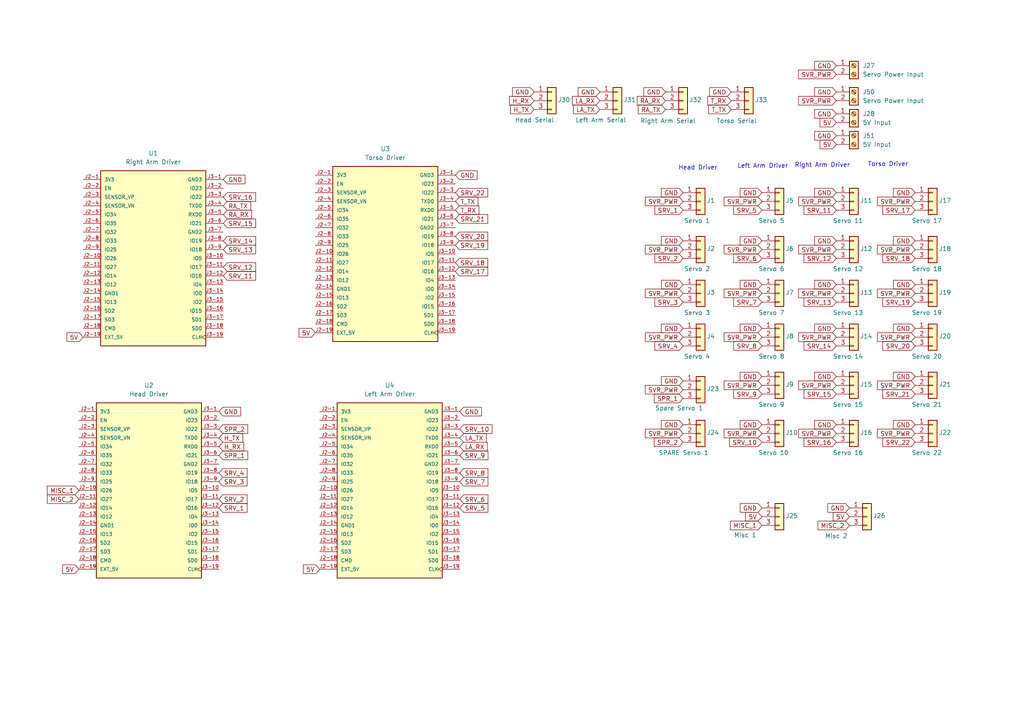
<source format=kicad_sch>
(kicad_sch (version 20231120) (generator "eeschema") (generator_version "8.0")
  (paper "A4")
  (lib_symbols
    (symbol "01-Custom:ESP32-DEVKITC-32D" (pin_names (offset 1.016))
      (property "Reference" "U" (at -15.2572 26.0643 0))
      (property "Value" "ESP32-DEVKITC-32D" (at -15.2563 -27.9698 0))
      (symbol "ESP32-DEVKITC-32D_0_0"
        (rectangle (start -15.24 -25.4) (end 15.24 25.4) (stroke (width 0.254)) (fill (type background)))
        (pin power_in line (at -20.32 22.86 0) (length 5.08) (name "3V3") (number "J2-1"))
        (pin bidirectional line (at -20.32 0 0) (length 5.08) (name "IO26") (number "J2-10"))
        (pin bidirectional line (at -20.32 -2.54 0) (length 5.08) (name "IO27") (number "J2-11"))
        (pin bidirectional line (at -20.32 -5.08 0) (length 5.08) (name "IO14") (number "J2-12"))
        (pin bidirectional line (at -20.32 -7.62 0) (length 5.08) (name "IO12") (number "J2-13"))
        (pin power_in line (at -20.32 -10.16 0) (length 5.08) (name "GND1") (number "J2-14"))
        (pin bidirectional line (at -20.32 -12.7 0) (length 5.08) (name "IO13") (number "J2-15"))
        (pin bidirectional line (at -20.32 -15.24 0) (length 5.08) (name "SD2") (number "J2-16"))
        (pin bidirectional line (at -20.32 -17.78 0) (length 5.08) (name "SD3") (number "J2-17"))
        (pin bidirectional line (at -20.32 -20.32 0) (length 5.08) (name "CMD") (number "J2-18"))
        (pin power_in line (at -20.32 -22.86 0) (length 5.08) (name "EXT_5V") (number "J2-19"))
        (pin input line (at -20.32 20.32 0) (length 5.08) (name "EN") (number "J2-2"))
        (pin input line (at -20.32 17.78 0) (length 5.08) (name "SENSOR_VP") (number "J2-3"))
        (pin input line (at -20.32 15.24 0) (length 5.08) (name "SENSOR_VN") (number "J2-4"))
        (pin bidirectional line (at -20.32 12.7 0) (length 5.08) (name "IO34") (number "J2-5"))
        (pin bidirectional line (at -20.32 10.16 0) (length 5.08) (name "IO35") (number "J2-6"))
        (pin bidirectional line (at -20.32 7.62 0) (length 5.08) (name "IO32") (number "J2-7"))
        (pin bidirectional line (at -20.32 5.08 0) (length 5.08) (name "IO33") (number "J2-8"))
        (pin bidirectional line (at -20.32 2.54 0) (length 5.08) (name "IO25") (number "J2-9"))
        (pin power_in line (at 20.32 22.86 180) (length 5.08) (name "GND3") (number "J3-1"))
        (pin bidirectional line (at 20.32 0 180) (length 5.08) (name "IO5") (number "J3-10"))
        (pin bidirectional line (at 20.32 -2.54 180) (length 5.08) (name "IO17") (number "J3-11"))
        (pin bidirectional line (at 20.32 -5.08 180) (length 5.08) (name "IO16") (number "J3-12"))
        (pin bidirectional line (at 20.32 -7.62 180) (length 5.08) (name "IO4") (number "J3-13"))
        (pin bidirectional line (at 20.32 -10.16 180) (length 5.08) (name "IO0") (number "J3-14"))
        (pin bidirectional line (at 20.32 -12.7 180) (length 5.08) (name "IO2") (number "J3-15"))
        (pin bidirectional line (at 20.32 -15.24 180) (length 5.08) (name "IO15") (number "J3-16"))
        (pin bidirectional line (at 20.32 -17.78 180) (length 5.08) (name "SD1") (number "J3-17"))
        (pin bidirectional line (at 20.32 -20.32 180) (length 5.08) (name "SD0") (number "J3-18"))
        (pin input clock (at 20.32 -22.86 180) (length 5.08) (name "CLK") (number "J3-19"))
        (pin bidirectional line (at 20.32 20.32 180) (length 5.08) (name "IO23") (number "J3-2"))
        (pin bidirectional line (at 20.32 17.78 180) (length 5.08) (name "IO22") (number "J3-3"))
        (pin output line (at 20.32 15.24 180) (length 5.08) (name "TXD0") (number "J3-4"))
        (pin input line (at 20.32 12.7 180) (length 5.08) (name "RXD0") (number "J3-5"))
        (pin bidirectional line (at 20.32 10.16 180) (length 5.08) (name "IO21") (number "J3-6"))
        (pin power_in line (at 20.32 7.62 180) (length 5.08) (name "GND2") (number "J3-7"))
        (pin bidirectional line (at 20.32 5.08 180) (length 5.08) (name "IO19") (number "J3-8"))
        (pin bidirectional line (at 20.32 2.54 180) (length 5.08) (name "IO18") (number "J3-9"))
      )
    )
    (symbol "Connector:Screw_Terminal_01x02" (pin_names (offset 1.016) hide)
      (property "Reference" "J" (at 0 2.54 0))
      (property "Value" "Screw_Terminal_01x02" (at 0 -5.08 0))
      (symbol "Screw_Terminal_01x02_1_1"
        (rectangle (start -1.27 1.27) (end 1.27 -3.81) (stroke (width 0.254)) (fill (type background)))
        (circle (center 0 -2.54) (radius 0.635) (stroke (width 0.1524)))
        (polyline (pts (xy -0.5334 -2.2098) (xy 0.3302 -3.048)) (stroke (width 0.1524)))
        (polyline (pts (xy -0.5334 0.3302) (xy 0.3302 -0.508)) (stroke (width 0.1524)))
        (polyline (pts (xy -0.3556 -2.032) (xy 0.508 -2.8702)) (stroke (width 0.1524)))
        (polyline (pts (xy -0.3556 0.508) (xy 0.508 -0.3302)) (stroke (width 0.1524)))
        (circle (center 0 0) (radius 0.635) (stroke (width 0.1524)))
        (pin passive line (at -5.08 0 0) (length 3.81) (name "Pin_1") (number "1"))
        (pin passive line (at -5.08 -2.54 0) (length 3.81) (name "Pin_2") (number "2"))
      )
    )
    (symbol "Connector_Generic:Conn_01x03" (pin_names (offset 1.016) hide)
      (property "Reference" "J" (at 0 5.08 0))
      (property "Value" "Conn_01x03" (at 0 -5.08 0))
      (symbol "Conn_01x03_1_1"
        (rectangle (start -1.27 -2.413) (end 0 -2.667) (stroke (width 0.1524)))
        (rectangle (start -1.27 0.127) (end 0 -0.127) (stroke (width 0.1524)))
        (rectangle (start -1.27 2.667) (end 0 2.413) (stroke (width 0.1524)))
        (rectangle (start -1.27 3.81) (end 1.27 -3.81) (stroke (width 0.254)) (fill (type background)))
        (pin passive line (at -5.08 2.54 0) (length 3.81) (name "Pin_1") (number "1"))
        (pin passive line (at -5.08 0 0) (length 3.81) (name "Pin_2") (number "2"))
        (pin passive line (at -5.08 -2.54 0) (length 3.81) (name "Pin_3") (number "3"))
      )
    )
  )
  (text "Torso Driver" (at 257.556 47.752 0) (effects (font (size 1.27 1.27))))
  (text "Head Driver" (at 202.438 48.768 0) (effects (font (size 1.27 1.27))))
  (text "Left Arm Driver" (at 221.234 48.26 0) (effects (font (size 1.27 1.27))))
  (text "Right Arm Driver" (at 238.506 48.006 0) (effects (font (size 1.27 1.27))))
  (global_label "SVR_PWR" (shape input) (at 265.43 111.76 180) (property "Intersheetrefs" "${INTERSHEET_REFS}" (effects (hide yes))))
  (global_label "SRV_5" (shape input) (at 220.98 60.96 180) (property "Intersheetrefs" "${INTERSHEET_REFS}" (effects (hide yes))))
  (global_label "SVR_PWR" (shape input) (at 242.57 29.21 180) (property "Intersheetrefs" "${INTERSHEET_REFS}" (effects (hide yes))))
  (global_label "SRV_12" (shape input) (at 64.77 77.47 0) (property "Intersheetrefs" "${INTERSHEET_REFS}" (effects (hide yes))))
  (global_label "SRV_6" (shape input) (at 220.98 74.93 180) (property "Intersheetrefs" "${INTERSHEET_REFS}" (effects (hide yes))))
  (global_label "SRV_14" (shape input) (at 64.77 69.85 0) (property "Intersheetrefs" "${INTERSHEET_REFS}" (effects (hide yes))))
  (global_label "SVR_PWR" (shape input) (at 220.98 125.73 180) (property "Intersheetrefs" "${INTERSHEET_REFS}" (effects (hide yes))))
  (global_label "GND" (shape input) (at 242.57 55.88 180) (property "Intersheetrefs" "${INTERSHEET_REFS}" (effects (hide yes))))
  (global_label "LA_TX" (shape input) (at 173.99 31.75 180) (property "Intersheetrefs" "${INTERSHEET_REFS}" (effects (hide yes))))
  (global_label "GND" (shape input) (at 173.99 26.67 180) (property "Intersheetrefs" "${INTERSHEET_REFS}" (effects (hide yes))))
  (global_label "SPR_1" (shape input) (at 198.12 115.57 180) (property "Intersheetrefs" "${INTERSHEET_REFS}" (effects (hide yes))))
  (global_label "GND" (shape input) (at 265.43 55.88 180) (property "Intersheetrefs" "${INTERSHEET_REFS}" (effects (hide yes))))
  (global_label "SRV_9" (shape input) (at 220.98 114.3 180) (property "Intersheetrefs" "${INTERSHEET_REFS}" (effects (hide yes))))
  (global_label "SVR_PWR" (shape input) (at 220.98 58.42 180) (property "Intersheetrefs" "${INTERSHEET_REFS}" (effects (hide yes))))
  (global_label "MISC_2" (shape input) (at 246.38 152.4 180) (property "Intersheetrefs" "${INTERSHEET_REFS}" (effects (hide yes))))
  (global_label "H_RX" (shape input) (at 154.94 29.21 180) (property "Intersheetrefs" "${INTERSHEET_REFS}" (effects (hide yes))))
  (global_label "GND" (shape input) (at 198.12 95.25 180) (property "Intersheetrefs" "${INTERSHEET_REFS}" (effects (hide yes))))
  (global_label "SRV_17" (shape input) (at 265.43 60.96 180) (property "Intersheetrefs" "${INTERSHEET_REFS}" (effects (hide yes))))
  (global_label "SVR_PWR" (shape input) (at 198.12 113.03 180) (property "Intersheetrefs" "${INTERSHEET_REFS}" (effects (hide yes))))
  (global_label "SVR_PWR" (shape input) (at 198.12 58.42 180) (property "Intersheetrefs" "${INTERSHEET_REFS}" (effects (hide yes))))
  (global_label "SPR_2" (shape input) (at 63.5 124.46 0) (property "Intersheetrefs" "${INTERSHEET_REFS}" (effects (hide yes))))
  (global_label "GND" (shape input) (at 64.77 52.07 0) (property "Intersheetrefs" "${INTERSHEET_REFS}" (effects (hide yes))))
  (global_label "5V" (shape input) (at 24.13 97.79 180) (property "Intersheetrefs" "${INTERSHEET_REFS}" (effects (hide yes))))
  (global_label "GND" (shape input) (at 242.57 82.55 180) (property "Intersheetrefs" "${INTERSHEET_REFS}" (effects (hide yes))))
  (global_label "SRV_19" (shape input) (at 132.08 71.12 0) (property "Intersheetrefs" "${INTERSHEET_REFS}" (effects (hide yes))))
  (global_label "SRV_13" (shape input) (at 64.77 72.39 0) (property "Intersheetrefs" "${INTERSHEET_REFS}" (effects (hide yes))))
  (global_label "SRV_20" (shape input) (at 265.43 100.33 180) (property "Intersheetrefs" "${INTERSHEET_REFS}" (effects (hide yes))))
  (global_label "GND" (shape input) (at 154.94 26.67 180) (property "Intersheetrefs" "${INTERSHEET_REFS}" (effects (hide yes))))
  (global_label "GND" (shape input) (at 220.98 82.55 180) (property "Intersheetrefs" "${INTERSHEET_REFS}" (effects (hide yes))))
  (global_label "SVR_PWR" (shape input) (at 242.57 97.79 180) (property "Intersheetrefs" "${INTERSHEET_REFS}" (effects (hide yes))))
  (global_label "SRV_8" (shape input) (at 133.35 137.16 0) (property "Intersheetrefs" "${INTERSHEET_REFS}" (effects (hide yes))))
  (global_label "RA_RX" (shape input) (at 64.77 62.23 0) (property "Intersheetrefs" "${INTERSHEET_REFS}" (effects (hide yes))))
  (global_label "GND" (shape input) (at 220.98 55.88 180) (property "Intersheetrefs" "${INTERSHEET_REFS}" (effects (hide yes))))
  (global_label "SRV_5" (shape input) (at 133.35 147.32 0) (property "Intersheetrefs" "${INTERSHEET_REFS}" (effects (hide yes))))
  (global_label "GND" (shape input) (at 63.5 119.38 0) (property "Intersheetrefs" "${INTERSHEET_REFS}" (effects (hide yes))))
  (global_label "LA_TX" (shape input) (at 133.35 127 0) (property "Intersheetrefs" "${INTERSHEET_REFS}" (effects (hide yes))))
  (global_label "GND" (shape input) (at 220.98 123.19 180) (property "Intersheetrefs" "${INTERSHEET_REFS}" (effects (hide yes))))
  (global_label "SRV_18" (shape input) (at 132.08 76.2 0) (property "Intersheetrefs" "${INTERSHEET_REFS}" (effects (hide yes))))
  (global_label "SRV_16" (shape input) (at 242.57 128.27 180) (property "Intersheetrefs" "${INTERSHEET_REFS}" (effects (hide yes))))
  (global_label "SRV_1" (shape input) (at 63.5 147.32 0) (property "Intersheetrefs" "${INTERSHEET_REFS}" (effects (hide yes))))
  (global_label "RA_TX" (shape input) (at 193.04 31.75 180) (property "Intersheetrefs" "${INTERSHEET_REFS}" (effects (hide yes))))
  (global_label "SVR_PWR" (shape input) (at 242.57 85.09 180) (property "Intersheetrefs" "${INTERSHEET_REFS}" (effects (hide yes))))
  (global_label "GND" (shape input) (at 198.12 110.49 180) (property "Intersheetrefs" "${INTERSHEET_REFS}" (effects (hide yes))))
  (global_label "SRV_21" (shape input) (at 265.43 114.3 180) (property "Intersheetrefs" "${INTERSHEET_REFS}" (effects (hide yes))))
  (global_label "5V" (shape input) (at 22.86 165.1 180) (property "Intersheetrefs" "${INTERSHEET_REFS}" (effects (hide yes))))
  (global_label "SVR_PWR" (shape input) (at 220.98 111.76 180) (property "Intersheetrefs" "${INTERSHEET_REFS}" (effects (hide yes))))
  (global_label "SVR_PWR" (shape input) (at 242.57 111.76 180) (property "Intersheetrefs" "${INTERSHEET_REFS}" (effects (hide yes))))
  (global_label "GND" (shape input) (at 265.43 123.19 180) (property "Intersheetrefs" "${INTERSHEET_REFS}" (effects (hide yes))))
  (global_label "H_TX" (shape input) (at 154.94 31.75 180) (property "Intersheetrefs" "${INTERSHEET_REFS}" (effects (hide yes))))
  (global_label "GND" (shape input) (at 198.12 123.19 180) (property "Intersheetrefs" "${INTERSHEET_REFS}" (effects (hide yes))))
  (global_label "GND" (shape input) (at 133.35 119.38 0) (property "Intersheetrefs" "${INTERSHEET_REFS}" (effects (hide yes))))
  (global_label "SRV_12" (shape input) (at 242.57 74.93 180) (property "Intersheetrefs" "${INTERSHEET_REFS}" (effects (hide yes))))
  (global_label "GND" (shape input) (at 193.04 26.67 180) (property "Intersheetrefs" "${INTERSHEET_REFS}" (effects (hide yes))))
  (global_label "GND" (shape input) (at 265.43 95.25 180) (property "Intersheetrefs" "${INTERSHEET_REFS}" (effects (hide yes))))
  (global_label "SVR_PWR" (shape input) (at 198.12 97.79 180) (property "Intersheetrefs" "${INTERSHEET_REFS}" (effects (hide yes))))
  (global_label "SRV_1" (shape input) (at 198.12 60.96 180) (property "Intersheetrefs" "${INTERSHEET_REFS}" (effects (hide yes))))
  (global_label "GND" (shape input) (at 198.12 55.88 180) (property "Intersheetrefs" "${INTERSHEET_REFS}" (effects (hide yes))))
  (global_label "SVR_PWR" (shape input) (at 265.43 72.39 180) (property "Intersheetrefs" "${INTERSHEET_REFS}" (effects (hide yes))))
  (global_label "GND" (shape input) (at 242.57 33.02 180) (property "Intersheetrefs" "${INTERSHEET_REFS}" (effects (hide yes))))
  (global_label "SRV_4" (shape input) (at 198.12 100.33 180) (property "Intersheetrefs" "${INTERSHEET_REFS}" (effects (hide yes))))
  (global_label "SRV_10" (shape input) (at 220.98 128.27 180) (property "Intersheetrefs" "${INTERSHEET_REFS}" (effects (hide yes))))
  (global_label "LA_RX" (shape input) (at 133.35 129.54 0) (property "Intersheetrefs" "${INTERSHEET_REFS}" (effects (hide yes))))
  (global_label "SVR_PWR" (shape input) (at 220.98 85.09 180) (property "Intersheetrefs" "${INTERSHEET_REFS}" (effects (hide yes))))
  (global_label "GND" (shape input) (at 220.98 95.25 180) (property "Intersheetrefs" "${INTERSHEET_REFS}" (effects (hide yes))))
  (global_label "SRV_2" (shape input) (at 63.5 144.78 0) (property "Intersheetrefs" "${INTERSHEET_REFS}" (effects (hide yes))))
  (global_label "SVR_PWR" (shape input) (at 242.57 125.73 180) (property "Intersheetrefs" "${INTERSHEET_REFS}" (effects (hide yes))))
  (global_label "MISC_1" (shape input) (at 22.86 142.24 180) (property "Intersheetrefs" "${INTERSHEET_REFS}" (effects (hide yes))))
  (global_label "T_TX" (shape input) (at 132.08 58.42 0) (property "Intersheetrefs" "${INTERSHEET_REFS}" (effects (hide yes))))
  (global_label "5V" (shape input) (at 246.38 149.86 180) (property "Intersheetrefs" "${INTERSHEET_REFS}" (effects (hide yes))))
  (global_label "GND" (shape input) (at 242.57 26.67 180) (property "Intersheetrefs" "${INTERSHEET_REFS}" (effects (hide yes))))
  (global_label "SRV_20" (shape input) (at 132.08 68.58 0) (property "Intersheetrefs" "${INTERSHEET_REFS}" (effects (hide yes))))
  (global_label "SRV_6" (shape input) (at 133.35 144.78 0) (property "Intersheetrefs" "${INTERSHEET_REFS}" (effects (hide yes))))
  (global_label "SRV_19" (shape input) (at 265.43 87.63 180) (property "Intersheetrefs" "${INTERSHEET_REFS}" (effects (hide yes))))
  (global_label "SRV_11" (shape input) (at 242.57 60.96 180) (property "Intersheetrefs" "${INTERSHEET_REFS}" (effects (hide yes))))
  (global_label "RA_TX" (shape input) (at 64.77 59.69 0) (property "Intersheetrefs" "${INTERSHEET_REFS}" (effects (hide yes))))
  (global_label "GND" (shape input) (at 242.57 69.85 180) (property "Intersheetrefs" "${INTERSHEET_REFS}" (effects (hide yes))))
  (global_label "GND" (shape input) (at 265.43 82.55 180) (property "Intersheetrefs" "${INTERSHEET_REFS}" (effects (hide yes))))
  (global_label "SRV_7" (shape input) (at 133.35 139.7 0) (property "Intersheetrefs" "${INTERSHEET_REFS}" (effects (hide yes))))
  (global_label "5V" (shape input) (at 242.57 41.91 180) (property "Intersheetrefs" "${INTERSHEET_REFS}" (effects (hide yes))))
  (global_label "SRV_9" (shape input) (at 133.35 132.08 0) (property "Intersheetrefs" "${INTERSHEET_REFS}" (effects (hide yes))))
  (global_label "SVR_PWR" (shape input) (at 265.43 85.09 180) (property "Intersheetrefs" "${INTERSHEET_REFS}" (effects (hide yes))))
  (global_label "H_RX" (shape input) (at 63.5 129.54 0) (property "Intersheetrefs" "${INTERSHEET_REFS}" (effects (hide yes))))
  (global_label "GND" (shape input) (at 242.57 109.22 180) (property "Intersheetrefs" "${INTERSHEET_REFS}" (effects (hide yes))))
  (global_label "SVR_PWR" (shape input) (at 198.12 125.73 180) (property "Intersheetrefs" "${INTERSHEET_REFS}" (effects (hide yes))))
  (global_label "T_RX" (shape input) (at 132.08 60.96 0) (property "Intersheetrefs" "${INTERSHEET_REFS}" (effects (hide yes))))
  (global_label "SVR_PWR" (shape input) (at 242.57 58.42 180) (property "Intersheetrefs" "${INTERSHEET_REFS}" (effects (hide yes))))
  (global_label "SRV_21" (shape input) (at 132.08 63.5 0) (property "Intersheetrefs" "${INTERSHEET_REFS}" (effects (hide yes))))
  (global_label "SVR_PWR" (shape input) (at 242.57 72.39 180) (property "Intersheetrefs" "${INTERSHEET_REFS}" (effects (hide yes))))
  (global_label "SRV_4" (shape input) (at 63.5 137.16 0) (property "Intersheetrefs" "${INTERSHEET_REFS}" (effects (hide yes))))
  (global_label "SRV_18" (shape input) (at 265.43 74.93 180) (property "Intersheetrefs" "${INTERSHEET_REFS}" (effects (hide yes))))
  (global_label "H_TX" (shape input) (at 63.5 127 0) (property "Intersheetrefs" "${INTERSHEET_REFS}" (effects (hide yes))))
  (global_label "T_TX" (shape input) (at 212.09 31.75 180) (property "Intersheetrefs" "${INTERSHEET_REFS}" (effects (hide yes))))
  (global_label "SRV_15" (shape input) (at 64.77 64.77 0) (property "Intersheetrefs" "${INTERSHEET_REFS}" (effects (hide yes))))
  (global_label "SRV_16" (shape input) (at 64.77 57.15 0) (property "Intersheetrefs" "${INTERSHEET_REFS}" (effects (hide yes))))
  (global_label "GND" (shape input) (at 242.57 95.25 180) (property "Intersheetrefs" "${INTERSHEET_REFS}" (effects (hide yes))))
  (global_label "GND" (shape input) (at 220.98 109.22 180) (property "Intersheetrefs" "${INTERSHEET_REFS}" (effects (hide yes))))
  (global_label "LA_RX" (shape input) (at 173.99 29.21 180) (property "Intersheetrefs" "${INTERSHEET_REFS}" (effects (hide yes))))
  (global_label "SRV_2" (shape input) (at 198.12 74.93 180) (property "Intersheetrefs" "${INTERSHEET_REFS}" (effects (hide yes))))
  (global_label "GND" (shape input) (at 265.43 109.22 180) (property "Intersheetrefs" "${INTERSHEET_REFS}" (effects (hide yes))))
  (global_label "SRV_15" (shape input) (at 242.57 114.3 180) (property "Intersheetrefs" "${INTERSHEET_REFS}" (effects (hide yes))))
  (global_label "SRV_22" (shape input) (at 265.43 128.27 180) (property "Intersheetrefs" "${INTERSHEET_REFS}" (effects (hide yes))))
  (global_label "GND" (shape input) (at 220.98 69.85 180) (property "Intersheetrefs" "${INTERSHEET_REFS}" (effects (hide yes))))
  (global_label "GND" (shape input) (at 198.12 69.85 180) (property "Intersheetrefs" "${INTERSHEET_REFS}" (effects (hide yes))))
  (global_label "GND" (shape input) (at 132.08 50.8 0) (property "Intersheetrefs" "${INTERSHEET_REFS}" (effects (hide yes))))
  (global_label "GND" (shape input) (at 212.09 26.67 180) (property "Intersheetrefs" "${INTERSHEET_REFS}" (effects (hide yes))))
  (global_label "GND" (shape input) (at 246.38 147.32 180) (property "Intersheetrefs" "${INTERSHEET_REFS}" (effects (hide yes))))
  (global_label "SRV_22" (shape input) (at 132.08 55.88 0) (property "Intersheetrefs" "${INTERSHEET_REFS}" (effects (hide yes))))
  (global_label "SRV_10" (shape input) (at 133.35 124.46 0) (property "Intersheetrefs" "${INTERSHEET_REFS}" (effects (hide yes))))
  (global_label "SVR_PWR" (shape input) (at 220.98 72.39 180) (property "Intersheetrefs" "${INTERSHEET_REFS}" (effects (hide yes))))
  (global_label "SVR_PWR" (shape input) (at 265.43 125.73 180) (property "Intersheetrefs" "${INTERSHEET_REFS}" (effects (hide yes))))
  (global_label "GND" (shape input) (at 242.57 39.37 180) (property "Intersheetrefs" "${INTERSHEET_REFS}" (effects (hide yes))))
  (global_label "SRV_8" (shape input) (at 220.98 100.33 180) (property "Intersheetrefs" "${INTERSHEET_REFS}" (effects (hide yes))))
  (global_label "GND" (shape input) (at 198.12 82.55 180) (property "Intersheetrefs" "${INTERSHEET_REFS}" (effects (hide yes))))
  (global_label "5V" (shape input) (at 242.57 35.56 180) (property "Intersheetrefs" "${INTERSHEET_REFS}" (effects (hide yes))))
  (global_label "SVR_PWR" (shape input) (at 265.43 97.79 180) (property "Intersheetrefs" "${INTERSHEET_REFS}" (effects (hide yes))))
  (global_label "SPR_2" (shape input) (at 198.12 128.27 180) (property "Intersheetrefs" "${INTERSHEET_REFS}" (effects (hide yes))))
  (global_label "MISC_1" (shape input) (at 220.98 152.4 180) (property "Intersheetrefs" "${INTERSHEET_REFS}" (effects (hide yes))))
  (global_label "GND" (shape input) (at 265.43 69.85 180) (property "Intersheetrefs" "${INTERSHEET_REFS}" (effects (hide yes))))
  (global_label "T_RX" (shape input) (at 212.09 29.21 180) (property "Intersheetrefs" "${INTERSHEET_REFS}" (effects (hide yes))))
  (global_label "5V" (shape input) (at 220.98 149.86 180) (property "Intersheetrefs" "${INTERSHEET_REFS}" (effects (hide yes))))
  (global_label "SVR_PWR" (shape input) (at 220.98 97.79 180) (property "Intersheetrefs" "${INTERSHEET_REFS}" (effects (hide yes))))
  (global_label "GND" (shape input) (at 242.57 19.05 180) (property "Intersheetrefs" "${INTERSHEET_REFS}" (effects (hide yes))))
  (global_label "SRV_7" (shape input) (at 220.98 87.63 180) (property "Intersheetrefs" "${INTERSHEET_REFS}" (effects (hide yes))))
  (global_label "SVR_PWR" (shape input) (at 198.12 85.09 180) (property "Intersheetrefs" "${INTERSHEET_REFS}" (effects (hide yes))))
  (global_label "SRV_13" (shape input) (at 242.57 87.63 180) (property "Intersheetrefs" "${INTERSHEET_REFS}" (effects (hide yes))))
  (global_label "SVR_PWR" (shape input) (at 198.12 72.39 180) (property "Intersheetrefs" "${INTERSHEET_REFS}" (effects (hide yes))))
  (global_label "SRV_3" (shape input) (at 198.12 87.63 180) (property "Intersheetrefs" "${INTERSHEET_REFS}" (effects (hide yes))))
  (global_label "GND" (shape input) (at 242.57 123.19 180) (property "Intersheetrefs" "${INTERSHEET_REFS}" (effects (hide yes))))
  (global_label "SVR_PWR" (shape input) (at 265.43 58.42 180) (property "Intersheetrefs" "${INTERSHEET_REFS}" (effects (hide yes))))
  (global_label "GND" (shape input) (at 220.98 147.32 180) (property "Intersheetrefs" "${INTERSHEET_REFS}" (effects (hide yes))))
  (global_label "5V" (shape input) (at 91.44 96.52 180) (property "Intersheetrefs" "${INTERSHEET_REFS}" (effects (hide yes))))
  (global_label "RA_RX" (shape input) (at 193.04 29.21 180) (property "Intersheetrefs" "${INTERSHEET_REFS}" (effects (hide yes))))
  (global_label "SRV_11" (shape input) (at 64.77 80.01 0) (property "Intersheetrefs" "${INTERSHEET_REFS}" (effects (hide yes))))
  (global_label "SPR_1" (shape input) (at 63.5 132.08 0) (property "Intersheetrefs" "${INTERSHEET_REFS}" (effects (hide yes))))
  (global_label "SRV_17" (shape input) (at 132.08 78.74 0) (property "Intersheetrefs" "${INTERSHEET_REFS}" (effects (hide yes))))
  (global_label "5V" (shape input) (at 92.71 165.1 180) (property "Intersheetrefs" "${INTERSHEET_REFS}" (effects (hide yes))))
  (global_label "MISC_2" (shape input) (at 22.86 144.78 180) (property "Intersheetrefs" "${INTERSHEET_REFS}" (effects (hide yes))))
  (global_label "SRV_3" (shape input) (at 63.5 139.7 0) (property "Intersheetrefs" "${INTERSHEET_REFS}" (effects (hide yes))))
  (global_label "SVR_PWR" (shape input) (at 242.57 21.59 180) (property "Intersheetrefs" "${INTERSHEET_REFS}" (effects (hide yes))))
  (global_label "SRV_14" (shape input) (at 242.57 100.33 180) (property "Intersheetrefs" "${INTERSHEET_REFS}" (effects (hide yes))))
  (symbol (lib_id "Connector_Generic:Conn_01x03") (at 203.2 72.39 0) (unit 1)
    (property "Reference" "J2" (at 204.978 72.1359 0) (effects (justify left)))
    (property "Value" "Servo 2" (at 198.374 77.9779 0) (effects (justify left)))
    (property "Footprint" "Connector_PinHeader_2.54mm:PinHeader_1x03_P2.54mm_Vertical" (effects (hide yes)))
    (property "Description" "Generic connector, single row, 01x03, script generated (kicad-library-utils/schlib/autogen/connector/)" (effects (hide yes)))
  )
  (symbol (lib_id "Connector:Screw_Terminal_01x02") (at 247.65 33.02 0) (unit 1)
    (property "Reference" "J28" (at 250.19 33.0199 0) (effects (justify left)))
    (property "Value" "5V Input" (at 250.19 35.5599 0) (effects (justify left)))
    (property "Footprint" "TerminalBlock_Phoenix:TerminalBlock_Phoenix_MKDS-1,5-2-5.08_1x02_P5.08mm_Horizontal" (effects (hide yes)))
    (property "Description" "Generic screw terminal, single row, 01x02, script generated (kicad-library-utils/schlib/autogen/connector/)" (effects (hide yes)))
  )
  (symbol (lib_id "Connector_Generic:Conn_01x03") (at 247.65 97.79 0) (unit 1)
    (property "Reference" "J14" (at 249.428 97.5359 0) (effects (justify left)))
    (property "Value" "Servo 14" (at 241.554 103.3779 0) (effects (justify left)))
    (property "Footprint" "Connector_PinHeader_2.54mm:PinHeader_1x03_P2.54mm_Vertical" (effects (hide yes)))
    (property "Description" "Generic connector, single row, 01x03, script generated (kicad-library-utils/schlib/autogen/connector/)" (effects (hide yes)))
  )
  (symbol (lib_id "Connector_Generic:Conn_01x03") (at 270.51 85.09 0) (unit 1)
    (property "Reference" "J19" (at 272.288 84.8359 0) (effects (justify left)))
    (property "Value" "Servo 19" (at 264.414 90.6779 0) (effects (justify left)))
    (property "Footprint" "Connector_PinHeader_2.54mm:PinHeader_1x03_P2.54mm_Vertical" (effects (hide yes)))
    (property "Description" "Generic connector, single row, 01x03, script generated (kicad-library-utils/schlib/autogen/connector/)" (effects (hide yes)))
  )
  (symbol (lib_id "Connector_Generic:Conn_01x03") (at 179.07 29.21 0) (unit 1)
    (property "Reference" "J31" (at 180.848 28.9559 0) (effects (justify left)))
    (property "Value" "Left Arm Serial" (at 166.878 34.7979 0) (effects (justify left)))
    (property "Footprint" "Connector_PinHeader_2.54mm:PinHeader_1x03_P2.54mm_Vertical" (effects (hide yes)))
    (property "Description" "Generic connector, single row, 01x03, script generated (kicad-library-utils/schlib/autogen/connector/)" (effects (hide yes)))
  )
  (symbol (lib_id "Connector_Generic:Conn_01x03") (at 251.46 149.86 0) (unit 1)
    (property "Reference" "J26" (at 253.238 149.6059 0) (effects (justify left)))
    (property "Value" "Misc 2" (at 239.268 155.4479 0) (effects (justify left)))
    (property "Footprint" "Connector_PinHeader_2.54mm:PinHeader_1x03_P2.54mm_Vertical" (effects (hide yes)))
    (property "Description" "Generic connector, single row, 01x03, script generated (kicad-library-utils/schlib/autogen/connector/)" (effects (hide yes)))
  )
  (symbol (lib_id "01-Custom:ESP32-DEVKITC-32D") (at 111.76 73.66 0) (unit 1)
    (property "Reference" "U3" (at 111.76 43.18 0))
    (property "Value" "Torso Driver" (at 111.76 45.72 0))
    (property "Footprint" "01-Custom:MODULE_ESP32-DEVKITC-32D" (effects (hide yes)))
    (property "MF" "Espressif Systems" (effects (hide yes)))
    (property "MAXIMUM_PACKAGE_HEIGHT" "N/A" (effects (hide yes)))
    (property "Package" "None" (effects (hide yes)))
    (property "Price" "None" (effects (hide yes)))
    (property "Check_prices" "https://www.snapeda.com/parts/ESP32-DEVKITC-32D/Espressif+Systems/view-part/?ref=eda" (effects (hide yes)))
    (property "STANDARD" "Manufacturer Recommendations" (effects (hide yes)))
    (property "PARTREV" "V4" (effects (hide yes)))
    (property "SnapEDA_Link" "https://www.snapeda.com/parts/ESP32-DEVKITC-32D/Espressif+Systems/view-part/?ref=snap" (effects (hide yes)))
    (property "MP" "ESP32-DEVKITC-32D" (effects (hide yes)))
    (property "Description_1" "\n                        \n                            WiFi Development Tools (802.11) ESP32 General Development Kit, ESP32-WROOM-32D on the board\n                        \n" (effects (hide yes)))
    (property "MANUFACTURER" "Espressif Systems" (effects (hide yes)))
    (property "Availability" "In Stock" (effects (hide yes)))
    (property "SNAPEDA_PN" "ESP32-DEVKITC-32D" (effects (hide yes)))
  )
  (symbol (lib_id "Connector_Generic:Conn_01x03") (at 203.2 58.42 0) (unit 1)
    (property "Reference" "J1" (at 204.978 58.1659 0) (effects (justify left)))
    (property "Value" "Servo 1" (at 198.374 64.0079 0) (effects (justify left)))
    (property "Footprint" "Connector_PinHeader_2.54mm:PinHeader_1x03_P2.54mm_Vertical" (effects (hide yes)))
    (property "Description" "Generic connector, single row, 01x03, script generated (kicad-library-utils/schlib/autogen/connector/)" (effects (hide yes)))
  )
  (symbol (lib_id "Connector_Generic:Conn_01x03") (at 217.17 29.21 0) (unit 1)
    (property "Reference" "J33" (at 218.948 28.9559 0) (effects (justify left)))
    (property "Value" "Torso Serial" (at 207.772 35.0519 0) (effects (justify left)))
    (property "Footprint" "Connector_PinHeader_2.54mm:PinHeader_1x03_P2.54mm_Vertical" (effects (hide yes)))
    (property "Description" "Generic connector, single row, 01x03, script generated (kicad-library-utils/schlib/autogen/connector/)" (effects (hide yes)))
  )
  (symbol (lib_id "Connector_Generic:Conn_01x03") (at 247.65 85.09 0) (unit 1)
    (property "Reference" "J13" (at 249.428 84.8359 0) (effects (justify left)))
    (property "Value" "Servo 13" (at 241.554 90.6779 0) (effects (justify left)))
    (property "Footprint" "Connector_PinHeader_2.54mm:PinHeader_1x03_P2.54mm_Vertical" (effects (hide yes)))
    (property "Description" "Generic connector, single row, 01x03, script generated (kicad-library-utils/schlib/autogen/connector/)" (effects (hide yes)))
  )
  (symbol (lib_id "Connector_Generic:Conn_01x03") (at 226.06 58.42 0) (unit 1)
    (property "Reference" "J5" (at 227.838 58.1659 0) (effects (justify left)))
    (property "Value" "Servo 5" (at 219.964 64.0079 0) (effects (justify left)))
    (property "Footprint" "Connector_PinHeader_2.54mm:PinHeader_1x03_P2.54mm_Vertical" (effects (hide yes)))
    (property "Description" "Generic connector, single row, 01x03, script generated (kicad-library-utils/schlib/autogen/connector/)" (effects (hide yes)))
  )
  (symbol (lib_id "01-Custom:ESP32-DEVKITC-32D") (at 113.03 142.24 0) (unit 1)
    (property "Reference" "U4" (at 113.03 111.76 0))
    (property "Value" "Left Arm Driver" (at 113.03 114.3 0))
    (property "Footprint" "01-Custom:MODULE_ESP32-DEVKITC-32D" (effects (hide yes)))
    (property "MF" "Espressif Systems" (effects (hide yes)))
    (property "MAXIMUM_PACKAGE_HEIGHT" "N/A" (effects (hide yes)))
    (property "Package" "None" (effects (hide yes)))
    (property "Price" "None" (effects (hide yes)))
    (property "Check_prices" "https://www.snapeda.com/parts/ESP32-DEVKITC-32D/Espressif+Systems/view-part/?ref=eda" (effects (hide yes)))
    (property "STANDARD" "Manufacturer Recommendations" (effects (hide yes)))
    (property "PARTREV" "V4" (effects (hide yes)))
    (property "SnapEDA_Link" "https://www.snapeda.com/parts/ESP32-DEVKITC-32D/Espressif+Systems/view-part/?ref=snap" (effects (hide yes)))
    (property "MP" "ESP32-DEVKITC-32D" (effects (hide yes)))
    (property "Description_1" "\n                        \n                            WiFi Development Tools (802.11) ESP32 General Development Kit, ESP32-WROOM-32D on the board\n                        \n" (effects (hide yes)))
    (property "MANUFACTURER" "Espressif Systems" (effects (hide yes)))
    (property "Availability" "In Stock" (effects (hide yes)))
    (property "SNAPEDA_PN" "ESP32-DEVKITC-32D" (effects (hide yes)))
  )
  (symbol (lib_id "Connector_Generic:Conn_01x03") (at 226.06 149.86 0) (unit 1)
    (property "Reference" "J25" (at 227.838 149.6059 0) (effects (justify left)))
    (property "Value" "Misc 1" (at 212.852 155.1939 0) (effects (justify left)))
    (property "Footprint" "Connector_PinHeader_2.54mm:PinHeader_1x03_P2.54mm_Vertical" (effects (hide yes)))
    (property "Description" "Generic connector, single row, 01x03, script generated (kicad-library-utils/schlib/autogen/connector/)" (effects (hide yes)))
  )
  (symbol (lib_id "Connector_Generic:Conn_01x03") (at 203.2 125.73 0) (unit 1)
    (property "Reference" "J24" (at 204.978 125.4759 0) (effects (justify left)))
    (property "Value" "SPARE Servo 1" (at 191.008 131.3179 0) (effects (justify left)))
    (property "Footprint" "Connector_PinHeader_2.54mm:PinHeader_1x03_P2.54mm_Vertical" (effects (hide yes)))
    (property "Description" "Generic connector, single row, 01x03, script generated (kicad-library-utils/schlib/autogen/connector/)" (effects (hide yes)))
  )
  (symbol (lib_id "Connector_Generic:Conn_01x03") (at 198.12 29.21 0) (unit 1)
    (property "Reference" "J32" (at 199.898 28.9559 0) (effects (justify left)))
    (property "Value" "Right Arm Serial" (at 185.674 35.0519 0) (effects (justify left)))
    (property "Footprint" "Connector_PinHeader_2.54mm:PinHeader_1x03_P2.54mm_Vertical" (effects (hide yes)))
    (property "Description" "Generic connector, single row, 01x03, script generated (kicad-library-utils/schlib/autogen/connector/)" (effects (hide yes)))
  )
  (symbol (lib_id "Connector_Generic:Conn_01x03") (at 247.65 72.39 0) (unit 1)
    (property "Reference" "J12" (at 249.428 72.1359 0) (effects (justify left)))
    (property "Value" "Servo 12" (at 241.554 77.9779 0) (effects (justify left)))
    (property "Footprint" "Connector_PinHeader_2.54mm:PinHeader_1x03_P2.54mm_Vertical" (effects (hide yes)))
    (property "Description" "Generic connector, single row, 01x03, script generated (kicad-library-utils/schlib/autogen/connector/)" (effects (hide yes)))
  )
  (symbol (lib_id "Connector_Generic:Conn_01x03") (at 247.65 58.42 0) (unit 1)
    (property "Reference" "J11" (at 249.428 58.1659 0) (effects (justify left)))
    (property "Value" "Servo 11" (at 241.554 64.0079 0) (effects (justify left)))
    (property "Footprint" "Connector_PinHeader_2.54mm:PinHeader_1x03_P2.54mm_Vertical" (effects (hide yes)))
    (property "Description" "Generic connector, single row, 01x03, script generated (kicad-library-utils/schlib/autogen/connector/)" (effects (hide yes)))
  )
  (symbol (lib_id "Connector_Generic:Conn_01x03") (at 226.06 72.39 0) (unit 1)
    (property "Reference" "J6" (at 227.838 72.1359 0) (effects (justify left)))
    (property "Value" "Servo 6" (at 219.964 77.9779 0) (effects (justify left)))
    (property "Footprint" "Connector_PinHeader_2.54mm:PinHeader_1x03_P2.54mm_Vertical" (effects (hide yes)))
    (property "Description" "Generic connector, single row, 01x03, script generated (kicad-library-utils/schlib/autogen/connector/)" (effects (hide yes)))
  )
  (symbol (lib_id "Connector_Generic:Conn_01x03") (at 203.2 97.79 0) (unit 1)
    (property "Reference" "J4" (at 204.978 97.5359 0) (effects (justify left)))
    (property "Value" "Servo 4" (at 198.374 103.3779 0) (effects (justify left)))
    (property "Footprint" "Connector_PinHeader_2.54mm:PinHeader_1x03_P2.54mm_Vertical" (effects (hide yes)))
    (property "Description" "Generic connector, single row, 01x03, script generated (kicad-library-utils/schlib/autogen/connector/)" (effects (hide yes)))
  )
  (symbol (lib_id "Connector_Generic:Conn_01x03") (at 270.51 58.42 0) (unit 1)
    (property "Reference" "J17" (at 272.288 58.1659 0) (effects (justify left)))
    (property "Value" "Servo 17" (at 264.414 64.0079 0) (effects (justify left)))
    (property "Footprint" "Connector_PinHeader_2.54mm:PinHeader_1x03_P2.54mm_Vertical" (effects (hide yes)))
    (property "Description" "Generic connector, single row, 01x03, script generated (kicad-library-utils/schlib/autogen/connector/)" (effects (hide yes)))
  )
  (symbol (lib_id "Connector_Generic:Conn_01x03") (at 270.51 72.39 0) (unit 1)
    (property "Reference" "J18" (at 272.288 72.1359 0) (effects (justify left)))
    (property "Value" "Servo 18" (at 264.414 77.9779 0) (effects (justify left)))
    (property "Footprint" "Connector_PinHeader_2.54mm:PinHeader_1x03_P2.54mm_Vertical" (effects (hide yes)))
    (property "Description" "Generic connector, single row, 01x03, script generated (kicad-library-utils/schlib/autogen/connector/)" (effects (hide yes)))
  )
  (symbol (lib_id "Connector_Generic:Conn_01x03") (at 226.06 97.79 0) (unit 1)
    (property "Reference" "J8" (at 227.838 97.5359 0) (effects (justify left)))
    (property "Value" "Servo 8" (at 219.964 103.3779 0) (effects (justify left)))
    (property "Footprint" "Connector_PinHeader_2.54mm:PinHeader_1x03_P2.54mm_Vertical" (effects (hide yes)))
    (property "Description" "Generic connector, single row, 01x03, script generated (kicad-library-utils/schlib/autogen/connector/)" (effects (hide yes)))
  )
  (symbol (lib_id "01-Custom:ESP32-DEVKITC-32D") (at 43.18 142.24 0) (unit 1)
    (property "Reference" "U2" (at 43.18 111.76 0))
    (property "Value" "Head Driver" (at 43.18 114.3 0))
    (property "Footprint" "01-Custom:MODULE_ESP32-DEVKITC-32D" (effects (hide yes)))
    (property "MF" "Espressif Systems" (effects (hide yes)))
    (property "MAXIMUM_PACKAGE_HEIGHT" "N/A" (effects (hide yes)))
    (property "Package" "None" (effects (hide yes)))
    (property "Price" "None" (effects (hide yes)))
    (property "Check_prices" "https://www.snapeda.com/parts/ESP32-DEVKITC-32D/Espressif+Systems/view-part/?ref=eda" (effects (hide yes)))
    (property "STANDARD" "Manufacturer Recommendations" (effects (hide yes)))
    (property "PARTREV" "V4" (effects (hide yes)))
    (property "SnapEDA_Link" "https://www.snapeda.com/parts/ESP32-DEVKITC-32D/Espressif+Systems/view-part/?ref=snap" (effects (hide yes)))
    (property "MP" "ESP32-DEVKITC-32D" (effects (hide yes)))
    (property "Description_1" "\n                        \n                            WiFi Development Tools (802.11) ESP32 General Development Kit, ESP32-WROOM-32D on the board\n                        \n" (effects (hide yes)))
    (property "MANUFACTURER" "Espressif Systems" (effects (hide yes)))
    (property "Availability" "In Stock" (effects (hide yes)))
    (property "SNAPEDA_PN" "ESP32-DEVKITC-32D" (effects (hide yes)))
  )
  (symbol (lib_id "Connector_Generic:Conn_01x03") (at 203.2 85.09 0) (unit 1)
    (property "Reference" "J3" (at 204.978 84.8359 0) (effects (justify left)))
    (property "Value" "Servo 3" (at 198.374 90.6779 0) (effects (justify left)))
    (property "Footprint" "Connector_PinHeader_2.54mm:PinHeader_1x03_P2.54mm_Vertical" (effects (hide yes)))
    (property "Description" "Generic connector, single row, 01x03, script generated (kicad-library-utils/schlib/autogen/connector/)" (effects (hide yes)))
  )
  (symbol (lib_id "Connector_Generic:Conn_01x03") (at 270.51 97.79 0) (unit 1)
    (property "Reference" "J20" (at 272.288 97.5359 0) (effects (justify left)))
    (property "Value" "Servo 20" (at 264.414 103.3779 0) (effects (justify left)))
    (property "Footprint" "Connector_PinHeader_2.54mm:PinHeader_1x03_P2.54mm_Vertical" (effects (hide yes)))
    (property "Description" "Generic connector, single row, 01x03, script generated (kicad-library-utils/schlib/autogen/connector/)" (effects (hide yes)))
  )
  (symbol (lib_id "Connector:Screw_Terminal_01x02") (at 247.65 19.05 0) (unit 1)
    (property "Reference" "J27" (at 250.19 19.0499 0) (effects (justify left)))
    (property "Value" "Servo Power Input" (at 250.19 21.5899 0) (effects (justify left)))
    (property "Footprint" "TerminalBlock_Phoenix:TerminalBlock_Phoenix_MKDS-1,5-2-5.08_1x02_P5.08mm_Horizontal" (effects (hide yes)))
    (property "Description" "Generic screw terminal, single row, 01x02, script generated (kicad-library-utils/schlib/autogen/connector/)" (effects (hide yes)))
  )
  (symbol (lib_id "Connector_Generic:Conn_01x03") (at 270.51 125.73 0) (unit 1)
    (property "Reference" "J22" (at 272.288 125.4759 0) (effects (justify left)))
    (property "Value" "Servo 22" (at 264.414 131.3179 0) (effects (justify left)))
    (property "Footprint" "Connector_PinHeader_2.54mm:PinHeader_1x03_P2.54mm_Vertical" (effects (hide yes)))
    (property "Description" "Generic connector, single row, 01x03, script generated (kicad-library-utils/schlib/autogen/connector/)" (effects (hide yes)))
  )
  (symbol (lib_id "Connector:Screw_Terminal_01x02") (at 247.65 26.67 0) (unit 1)
    (property "Reference" "J50" (at 250.19 26.6699 0) (effects (justify left)))
    (property "Value" "Servo Power Input" (at 250.19 29.2099 0) (effects (justify left)))
    (property "Footprint" "TerminalBlock_Phoenix:TerminalBlock_Phoenix_MKDS-1,5-2-5.08_1x02_P5.08mm_Horizontal" (effects (hide yes)))
    (property "Description" "Generic screw terminal, single row, 01x02, script generated (kicad-library-utils/schlib/autogen/connector/)" (effects (hide yes)))
  )
  (symbol (lib_id "Connector_Generic:Conn_01x03") (at 226.06 85.09 0) (unit 1)
    (property "Reference" "J7" (at 227.838 84.8359 0) (effects (justify left)))
    (property "Value" "Servo 7" (at 219.964 90.6779 0) (effects (justify left)))
    (property "Footprint" "Connector_PinHeader_2.54mm:PinHeader_1x03_P2.54mm_Vertical" (effects (hide yes)))
    (property "Description" "Generic connector, single row, 01x03, script generated (kicad-library-utils/schlib/autogen/connector/)" (effects (hide yes)))
  )
  (symbol (lib_id "Connector:Screw_Terminal_01x02") (at 247.65 39.37 0) (unit 1)
    (property "Reference" "J51" (at 250.19 39.3699 0) (effects (justify left)))
    (property "Value" "5V Input" (at 250.19 41.9099 0) (effects (justify left)))
    (property "Footprint" "TerminalBlock_Phoenix:TerminalBlock_Phoenix_MKDS-1,5-2-5.08_1x02_P5.08mm_Horizontal" (effects (hide yes)))
    (property "Description" "Generic screw terminal, single row, 01x02, script generated (kicad-library-utils/schlib/autogen/connector/)" (effects (hide yes)))
  )
  (symbol (lib_id "Connector_Generic:Conn_01x03") (at 226.06 111.76 0) (unit 1)
    (property "Reference" "J9" (at 227.838 111.5059 0) (effects (justify left)))
    (property "Value" "Servo 9" (at 219.964 117.3479 0) (effects (justify left)))
    (property "Footprint" "Connector_PinHeader_2.54mm:PinHeader_1x03_P2.54mm_Vertical" (effects (hide yes)))
    (property "Description" "Generic connector, single row, 01x03, script generated (kicad-library-utils/schlib/autogen/connector/)" (effects (hide yes)))
  )
  (symbol (lib_id "Connector_Generic:Conn_01x03") (at 160.02 29.21 0) (unit 1)
    (property "Reference" "J30" (at 161.798 28.9559 0) (effects (justify left)))
    (property "Value" "Head Serial" (at 149.352 34.7979 0) (effects (justify left)))
    (property "Footprint" "Connector_PinHeader_2.54mm:PinHeader_1x03_P2.54mm_Vertical" (effects (hide yes)))
    (property "Description" "Generic connector, single row, 01x03, script generated (kicad-library-utils/schlib/autogen/connector/)" (effects (hide yes)))
  )
  (symbol (lib_id "Connector_Generic:Conn_01x03") (at 247.65 125.73 0) (unit 1)
    (property "Reference" "J16" (at 249.428 125.4759 0) (effects (justify left)))
    (property "Value" "Servo 16" (at 241.554 131.3179 0) (effects (justify left)))
    (property "Footprint" "Connector_PinHeader_2.54mm:PinHeader_1x03_P2.54mm_Vertical" (effects (hide yes)))
    (property "Description" "Generic connector, single row, 01x03, script generated (kicad-library-utils/schlib/autogen/connector/)" (effects (hide yes)))
  )
  (symbol (lib_id "Connector_Generic:Conn_01x03") (at 247.65 111.76 0) (unit 1)
    (property "Reference" "J15" (at 249.428 111.5059 0) (effects (justify left)))
    (property "Value" "Servo 15" (at 241.554 117.3479 0) (effects (justify left)))
    (property "Footprint" "Connector_PinHeader_2.54mm:PinHeader_1x03_P2.54mm_Vertical" (effects (hide yes)))
    (property "Description" "Generic connector, single row, 01x03, script generated (kicad-library-utils/schlib/autogen/connector/)" (effects (hide yes)))
  )
  (symbol (lib_id "Connector_Generic:Conn_01x03") (at 270.51 111.76 0) (unit 1)
    (property "Reference" "J21" (at 272.288 111.5059 0) (effects (justify left)))
    (property "Value" "Servo 21" (at 264.414 117.3479 0) (effects (justify left)))
    (property "Footprint" "Connector_PinHeader_2.54mm:PinHeader_1x03_P2.54mm_Vertical" (effects (hide yes)))
    (property "Description" "Generic connector, single row, 01x03, script generated (kicad-library-utils/schlib/autogen/connector/)" (effects (hide yes)))
  )
  (symbol (lib_id "Connector_Generic:Conn_01x03") (at 226.06 125.73 0) (unit 1)
    (property "Reference" "J10" (at 227.838 125.4759 0) (effects (justify left)))
    (property "Value" "Servo 10" (at 219.964 131.3179 0) (effects (justify left)))
    (property "Footprint" "Connector_PinHeader_2.54mm:PinHeader_1x03_P2.54mm_Vertical" (effects (hide yes)))
    (property "Description" "Generic connector, single row, 01x03, script generated (kicad-library-utils/schlib/autogen/connector/)" (effects (hide yes)))
  )
  (symbol (lib_id "Connector_Generic:Conn_01x03") (at 203.2 113.03 0) (unit 1)
    (property "Reference" "J23" (at 204.978 112.7759 0) (effects (justify left)))
    (property "Value" "Spare Servo 1" (at 189.992 118.3639 0) (effects (justify left)))
    (property "Footprint" "Connector_PinHeader_2.54mm:PinHeader_1x03_P2.54mm_Vertical" (effects (hide yes)))
    (property "Description" "Generic connector, single row, 01x03, script generated (kicad-library-utils/schlib/autogen/connector/)" (effects (hide yes)))
  )
  (symbol (lib_id "01-Custom:ESP32-DEVKITC-32D") (at 44.45 74.93 0) (unit 1)
    (property "Reference" "U1" (at 44.45 44.45 0))
    (property "Value" "Right Arm Driver" (at 44.45 46.99 0))
    (property "Footprint" "01-Custom:MODULE_ESP32-DEVKITC-32D" (effects (hide yes)))
    (property "MF" "Espressif Systems" (effects (hide yes)))
    (property "MAXIMUM_PACKAGE_HEIGHT" "N/A" (effects (hide yes)))
    (property "Package" "None" (effects (hide yes)))
    (property "Price" "None" (effects (hide yes)))
    (property "Check_prices" "https://www.snapeda.com/parts/ESP32-DEVKITC-32D/Espressif+Systems/view-part/?ref=eda" (effects (hide yes)))
    (property "STANDARD" "Manufacturer Recommendations" (effects (hide yes)))
    (property "PARTREV" "V4" (effects (hide yes)))
    (property "SnapEDA_Link" "https://www.snapeda.com/parts/ESP32-DEVKITC-32D/Espressif+Systems/view-part/?ref=snap" (effects (hide yes)))
    (property "MP" "ESP32-DEVKITC-32D" (effects (hide yes)))
    (property "Description_1" "\n                        \n                            WiFi Development Tools (802.11) ESP32 General Development Kit, ESP32-WROOM-32D on the board\n                        \n" (effects (hide yes)))
    (property "MANUFACTURER" "Espressif Systems" (effects (hide yes)))
    (property "Availability" "In Stock" (effects (hide yes)))
    (property "SNAPEDA_PN" "ESP32-DEVKITC-32D" (effects (hide yes)))
  )
)
</source>
